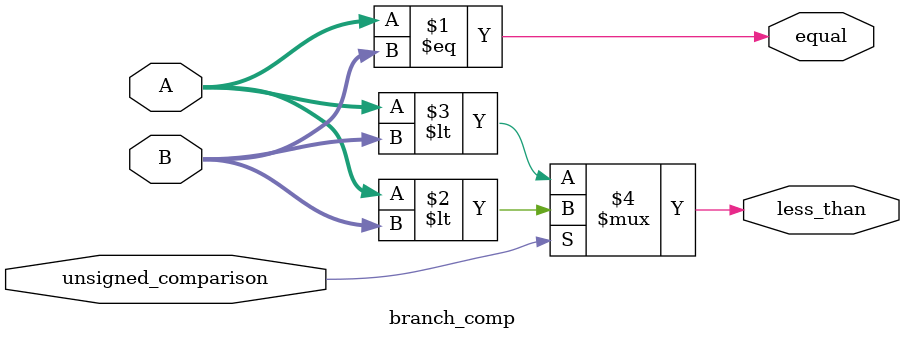
<source format=v>
module branch_comp (
  input unsigned_comparison,
  input [31:0] A,
  input [31:0] B,
  output less_than,
  output equal
);
  assign equal = A == B;
  assign less_than = unsigned_comparison ? A < B : $signed(A) < $signed(B);
endmodule
</source>
